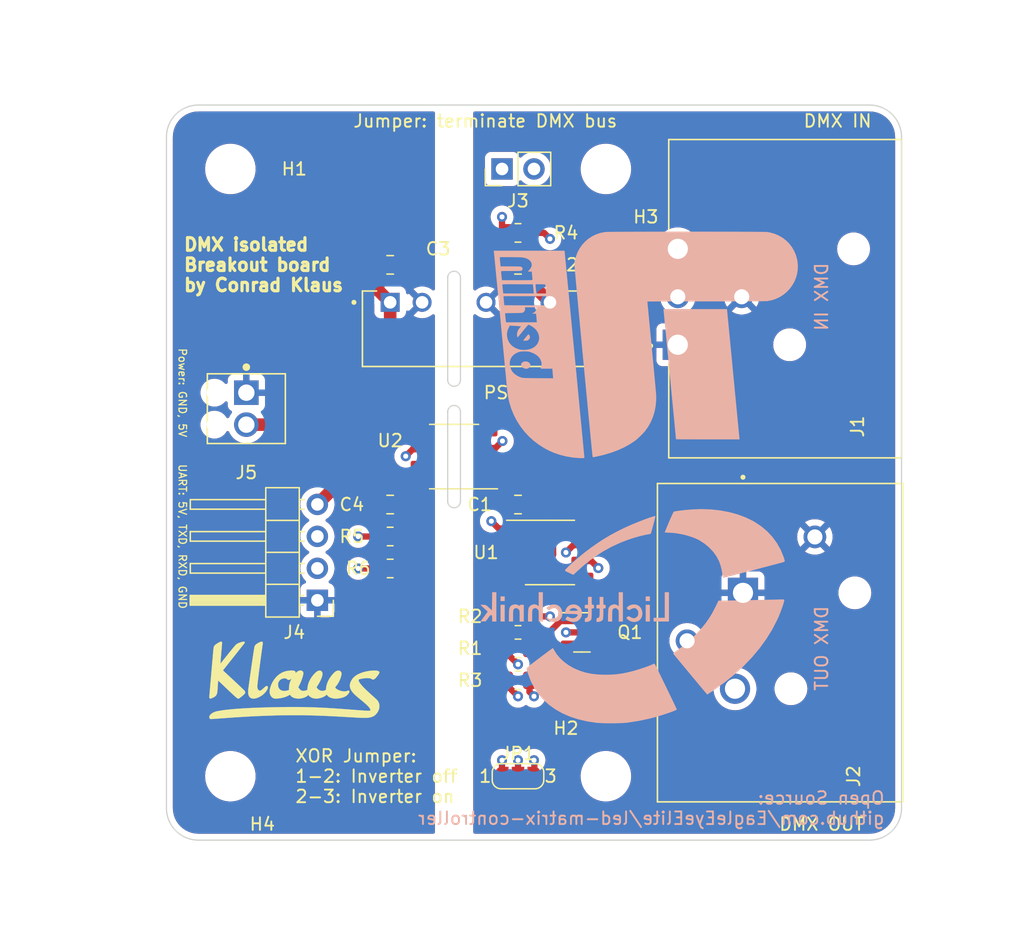
<source format=kicad_pcb>
(kicad_pcb (version 20211014) (generator pcbnew)
  (layers (0 "F.Cu" signal) (1 "In1.Cu" signal) (2 "In2.Cu" signal) (31 "B.Cu" signal) (34 "B.Paste" user) (35 "F.Paste" user) (36 "B.SilkS" user "B.Silkscreen") (37 "F.SilkS" user "F.Silkscreen") (38 "B.Mask" user) (39 "F.Mask" user) (44 "Edge.Cuts" user))
  (net 0 "")
  (net 1 "GND")
  (net 2 "+5V")
  (net 3 "/5V_iso")
  (net 4 "/GND_iso")
  (net 5 "/RXD")
  (net 6 "/TXD")
  (net 7 "Net-(J3-Pad1)")
  (net 8 "/receiverOutput_iso")
  (net 11 "/optokoppler_input_iso")
  (net 12 "Net-(Q1-Pad1)")
  (net 13 "Net-(U2-Pad3)")
  (net 14 "/inv_output_iso")
  (net 15 "/Iso_D-")
  (net 16 "/Iso_D+")
  (footprint "Capacitor_SMD:C_0805_2012Metric" (layer "F.Cu") (at 139.7 107.95 180)
    (fp_text reference "C1" (at 3.048 0) (layer "F.SilkS"))
    (fp_text value "0.1µF")
    (pad "1" smd roundrect (at -0.95 0 180) (size 1 1.45) (layers "F.Cu" "F.Paste" "F.Mask") (net 3 "/5V_iso"))
    (pad "2" smd roundrect (at 0.95 0 180) (size 1 1.45) (layers "F.Cu" "F.Paste" "F.Mask") (net 4 "/GND_iso"))
  )
  (footprint "Resistor_SMD:R_0805_2012Metric" (layer "F.Cu") (at 139.7 121.92 180)
    (fp_text reference "R3" (at 3.81 0) (layer "F.SilkS"))
    (fp_text value "500Ω")
    (pad "1" smd roundrect (at -0.9125 0 180) (size 1.025 1.4) (layers "F.Cu" "F.Paste" "F.Mask") (roundrect_rratio 0.243902439) (net 11 "/optokoppler_input_iso"))
    (pad "2" smd roundrect (at 0.9125 0 180) (size 1.025 1.4) (layers "F.Cu" "F.Paste" "F.Mask") (roundrect_rratio 0.243902439) (net 13 "Net-(U2-Pad3)"))
  )
  (footprint "MountingHole:MountingHole_3mm" (layer "F.Cu") (at 146.685 81.28)
    (fp_text reference "H3" (at 3.175 3.81) (layer "F.SilkS"))
    (fp_text value "3mm_Mounting_Hole")
    (pad "" np_thru_hole circle (at 0 0) (size 3 3) (drill 3) (layers *.Cu *.Mask))
  )
  (footprint "Resistor_SMD:R_0805_2012Metric" (layer "F.Cu") (at 129.54 110.49)
    (fp_text reference "R5" (at -3.048 0) (layer "F.SilkS"))
    (fp_text value "5kΩ")
    (pad "1" smd roundrect (at -0.9125 0) (size 1.025 1.4) (layers "F.Cu" "F.Paste" "F.Mask") (roundrect_rratio 0.243902439) (net 6 "/TXD"))
    (pad "2" smd roundrect (at 0.9125 0) (size 1.025 1.4) (layers "F.Cu" "F.Paste" "F.Mask") (roundrect_rratio 0.243902439) (net 2 "+5V"))
  )
  (footprint "local:PH_MPT_0,5__2-2,54_1725656" (layer "F.Cu") (at 118.11 100.33 -90)
    (fp_text reference "J5" (at 5.08 0) (layer "F.SilkS") (effects (font (size 1.000016 1.000016))))
    (fp_text value "MPT_0,5/_2-2,54_1725656")
    (pad "" np_thru_hole circle locked (at 1.27 2.54 270) (size 1.2 1.2) (drill 1.2) (layers *.Cu *.Mask))
    (pad "" np_thru_hole circle locked (at -1.27 2.54 270) (size 1.2 1.2) (drill 1.2) (layers *.Cu *.Mask))
    (pad "1" thru_hole rect locked (at -1.27 0 270) (size 1.95 1.95) (drill 1.3) (layers *.Cu *.Mask) (net 1 "GND"))
    (pad "2" thru_hole circle locked (at 1.27 0 270) (size 1.95 1.95) (drill 1.3) (layers *.Cu *.Mask) (net 2 "+5V"))
  )
  (footprint "Capacitor_SMD:C_0805_2012Metric" (layer "F.Cu") (at 129.54 88.9 180)
    (fp_text reference "C3" (at -3.81 1.27) (layer "F.SilkS"))
    (fp_text value "4.7µF/16V")
    (pad "1" smd roundrect (at -0.95 0 180) (size 1 1.45) (layers "F.Cu" "F.Paste" "F.Mask") (net 1 "GND"))
    (pad "2" smd roundrect (at 0.95 0 180) (size 1 1.45) (layers "F.Cu" "F.Paste" "F.Mask") (net 2 "+5V"))
  )
  (footprint "local:Klaus_Logo_Medium" (layer "F.Cu") (at 121.92 121.92)
    (fp_text reference "G***" hide)
    (fp_text value "LOGO" hide)
  )
  (footprint "MountingHole:MountingHole_3mm" (layer "F.Cu") (at 146.685 129.54)
    (fp_text reference "H2" (at -3.175 -3.81) (layer "F.SilkS"))
    (fp_text value "3mm_Mounting_Hole")
    (pad "" np_thru_hole circle (at 0 0) (size 3 3) (drill 3) (layers *.Cu *.Mask))
  )
  (footprint "Connector_PinHeader_2.54mm:PinHeader_1x02_P2.54mm_Vertical" (layer "F.Cu") (at 138.43 81.28 90)
    (fp_text reference "J3" (at -2.54 1.27) (layer "F.SilkS"))
    (fp_text value "Conn_01x02_Male")
    (pad "1" thru_hole rect (at 0 0 90) (size 1.7 1.7) (drill 1) (layers *.Cu *.Mask) (net 7 "Net-(J3-Pad1)"))
    (pad "2" thru_hole oval (at 0 2.54 90) (size 1.7 1.7) (drill 1) (layers *.Cu *.Mask) (net 15 "/Iso_D-"))
  )
  (footprint "Resistor_SMD:R_0805_2012Metric" (layer "F.Cu") (at 139.7 86.36)
    (fp_text reference "R4" (at 3.81 0) (layer "F.SilkS"))
    (fp_text value "120Ω")
    (pad "1" smd roundrect (at -0.9125 0) (size 1.025 1.4) (layers "F.Cu" "F.Paste" "F.Mask") (roundrect_rratio 0.243902439) (net 7 "Net-(J3-Pad1)"))
    (pad "2" smd roundrect (at 0.9125 0) (size 1.025 1.4) (layers "F.Cu" "F.Paste" "F.Mask") (roundrect_rratio 0.243902439) (net 16 "/Iso_D+"))
  )
  (footprint "Capacitor_SMD:C_0805_2012Metric" (layer "F.Cu") (at 129.54 107.95)
    (fp_text reference "C4" (at -3.048 0) (layer "F.SilkS"))
    (fp_text value "0.1µF")
    (pad "1" smd roundrect (at -0.95 0) (size 1 1.45) (layers "F.Cu" "F.Paste" "F.Mask") (net 1 "GND"))
    (pad "2" smd roundrect (at 0.95 0) (size 1 1.45) (layers "F.Cu" "F.Paste" "F.Mask") (net 2 "+5V"))
  )
  (footprint "Resistor_SMD:R_0805_2012Metric" (layer "F.Cu") (at 139.7 116.84 180)
    (fp_text reference "R2" (at 3.81 0) (layer "F.SilkS"))
    (fp_text value "5kΩ")
    (pad "1" smd roundrect (at -0.9125 0 180) (size 1.025 1.4) (layers "F.Cu" "F.Paste" "F.Mask") (roundrect_rratio 0.243902439) (net 14 "/inv_output_iso"))
    (pad "2" smd roundrect (at 0.9125 0 180) (size 1.025 1.4) (layers "F.Cu" "F.Paste" "F.Mask") (roundrect_rratio 0.243902439) (net 3 "/5V_iso"))
  )
  (footprint "MountingHole:MountingHole_3mm" (layer "F.Cu") (at 116.84 81.28)
    (fp_text reference "H1" (at 5.08 0) (layer "F.SilkS"))
    (fp_text value "3mm_Mounting_Hole")
    (pad "" np_thru_hole circle (at 0 0) (size 3 3) (drill 3) (layers *.Cu *.Mask))
  )
  (footprint "Connector_PinHeader_2.54mm:PinHeader_1x04_P2.54mm_Horizontal" (layer "F.Cu") (at 123.755 115.56 180)
    (fp_text reference "J4" (at 1.835 -2.55 180) (layer "F.SilkS"))
    (fp_text value "Conn_01x04_Male")
    (pad "1" thru_hole rect (at 0 0 180) (size 1.7 1.7) (drill 1) (layers *.Cu *.Mask) (net 1 "GND"))
    (pad "2" thru_hole oval (at 0 2.54 180) (size 1.7 1.7) (drill 1) (layers *.Cu *.Mask) (net 5 "/RXD"))
    (pad "3" thru_hole oval (at 0 5.08 180) (size 1.7 1.7) (drill 1) (layers *.Cu *.Mask) (net 6 "/TXD"))
    (pad "4" thru_hole oval (at 0 7.62 180) (size 1.7 1.7) (drill 1) (layers *.Cu *.Mask) (net 2 "+5V"))
  )
  (footprint "local:NEUTRIK_NC3FAH2" (layer "F.Cu") (at 170.28 118.77825 -90)
    (fp_text reference "J2" (at 10.76175 3.91 -90) (layer "F.SilkS"))
    (fp_text value "XLR3_Ground")
    (pad "" np_thru_hole circle locked (at 3.81 8.89 270) (size 1.6 1.6) (drill 1.6) (layers *.Cu *.Mask))
    (pad "" np_thru_hole circle locked (at -3.81 3.81 270) (size 1.6 1.6) (drill 1.6) (layers *.Cu *.Mask))
    (pad "1" thru_hole rect locked (at -3.81 12.7 270) (size 2.4 2.4) (drill 1.6) (layers *.Cu *.Mask) (net 4 "/GND_iso"))
    (pad "2" thru_hole circle locked (at 3.81 13.335 270) (size 2.4 2.4) (drill 1.6) (layers *.Cu *.Mask) (net 15 "/Iso_D-"))
    (pad "3" thru_hole circle locked (at 0 17.145 270) (size 1.8 1.8) (drill 1.2) (layers *.Cu *.Mask) (net 16 "/Iso_D+"))
    (pad "G" thru_hole circle locked (at -8.255 6.985 270) (size 1.8 1.8) (drill 1.2) (layers *.Cu *.Mask) (net 4 "/GND_iso"))
  )
  (footprint "Capacitor_SMD:C_0805_2012Metric" (layer "F.Cu") (at 139.7 88.9 180)
    (fp_text reference "C2" (at -3.81 0) (layer "F.SilkS"))
    (fp_text value "4.7µF/16V")
    (pad "1" smd roundrect (at -0.95 0 180) (size 1 1.45) (layers "F.Cu" "F.Paste" "F.Mask") (net 3 "/5V_iso"))
    (pad "2" smd roundrect (at 0.95 0 180) (size 1 1.45) (layers "F.Cu" "F.Paste" "F.Mask") (net 4 "/GND_iso"))
  )
  (footprint "Package_SO:SO-8_3.9x4.9mm_P1.27mm" (layer "F.Cu") (at 142.24 111.76)
    (fp_text reference "U1" (at -5.08 0) (layer "F.SilkS"))
    (fp_text value "MAX485E")
    (pad "1" smd roundrect (at -2.575 -1.905) (size 1.75 0.6) (layers "F.Cu" "F.Paste" "F.Mask") (net 8 "/receiverOutput_iso"))
    (pad "2" smd roundrect (at -2.575 -0.635) (size 1.75 0.6) (layers "F.Cu" "F.Paste" "F.Mask") (net 4 "/GND_iso"))
    (pad "3" smd roundrect (at -2.575 0.635) (size 1.75 0.6) (layers "F.Cu" "F.Paste" "F.Mask") (net 4 "/GND_iso"))
    (pad "4" smd roundrect (at -2.575 1.905) (size 1.75 0.6) (layers "F.Cu" "F.Paste" "F.Mask") (net 3 "/5V_iso"))
    (pad "5" smd roundrect (at 2.575 1.905) (size 1.75 0.6) (layers "F.Cu" "F.Paste" "F.Mask") (net 4 "/GND_iso"))
    (pad "6" smd roundrect (at 2.575 0.635) (size 1.75 0.6) (layers "F.Cu" "F.Paste" "F.Mask") (net 16 "/Iso_D+"))
    (pad "7" smd roundrect (at 2.575 -0.635) (size 1.75 0.6) (layers "F.Cu" "F.Paste" "F.Mask") (net 15 "/Iso_D-"))
    (pad "8" smd roundrect (at 2.575 -1.905) (size 1.75 0.6) (layers "F.Cu" "F.Paste" "F.Mask") (net 3 "/5V_iso"))
  )
  (footprint "local:CONV_B0505LS-1WR3" (layer "F.Cu") (at 137.16 93.98)
    (fp_text reference "PS1" (at 1.27 5.08) (layer "F.SilkS"))
    (fp_text value "B0505LS-1WR3")
    (pad "1" thru_hole rect locked (at -7.62 -2.1) (size 1.508 1.508) (drill 1) (layers *.Cu *.Mask) (net 2 "+5V"))
    (pad "2" thru_hole circle locked (at -5.08 -2.1) (size 1.508 1.508) (drill 1) (layers *.Cu *.Mask) (net 1 "GND"))
    (pad "4" thru_hole circle locked (at 0 -2.1) (size 1.508 1.508) (drill 1) (layers *.Cu *.Mask) (net 4 "/GND_iso"))
    (pad "6" thru_hole circle locked (at 5.08 -2.1) (size 1.508 1.508) (drill 1) (layers *.Cu *.Mask) (net 3 "/5V_iso"))
  )
  (footprint "Resistor_SMD:R_0805_2012Metric" (layer "F.Cu") (at 129.54 113.03)
    (fp_text reference "R6" (at -2.54 0) (layer "F.SilkS"))
    (fp_text value "5kΩ")
    (pad "1" smd roundrect (at -0.9125 0) (size 1.025 1.4) (layers "F.Cu" "F.Paste" "F.Mask") (roundrect_rratio 0.243902439) (net 5 "/RXD"))
    (pad "2" smd roundrect (at 0.9125 0) (size 1.025 1.4) (layers "F.Cu" "F.Paste" "F.Mask") (roundrect_rratio 0.243902439) (net 2 "+5V"))
  )
  (footprint "Jumper:SolderJumper-3_P1.3mm_Bridged12_RoundedPad1.0x1.5mm_NumberLabels" (layer "F.Cu") (at 139.7 129.54)
    (fp_text reference "JP1" (at 0 -1.8) (layer "F.SilkS"))
    (fp_text value "SolderJumper_3_Bridged12")
    (fp_text user "3" (at 2.6 0) (layer "F.SilkS"))
    (fp_text user "1" (at -2.6 0) (layer "F.SilkS"))
    (fp_poly (pts (xy -0.9 -0.3) (xy -0.4 -0.3) (xy -0.4 0.3) (xy -0.9 0.3)) (layer "F.Cu") (width 0) (fill solid))
    (pad "1" smd custom (at -1.3 0) (size 1 0.5) (layers "F.Cu" "F.Mask") (net 8 "/receiverOutput_iso") (options (clearance outline) (anchor rect)) (primitives (gr_poly (pts (xy 0.55 0.75) (xy 0 0.75) (xy 0 -0.75) (xy 0.55 -0.75)) (width 0) (fill yes)) (gr_circle (center 0 0.25) (end 0.5 0.25) (width 0) (fill yes)) (gr_circle (center 0 -0.25) (end 0.5 -0.25) (width 0) (fill yes))))
    (pad "2" smd rect (at 0 0) (size 1 1.5) (layers "F.Cu" "F.Mask") (net 11 "/optokoppler_input_iso"))
    (pad "3" smd custom (at 1.3 0) (size 1 0.5) (layers "F.Cu" "F.Mask") (net 14 "/inv_output_iso") (options (clearance outline) (anchor rect)) (primitives (gr_circle (center 0 0.25) (end 0.5 0.25) (width 0) (fill yes)) (gr_circle (center 0 -0.25) (end 0.5 -0.25) (width 0) (fill yes)) (gr_poly (pts (xy 0 0.75) (xy -0.55 0.75) (xy -0.55 -0.75) (xy 0 -0.75)) (width 0) (fill yes))))
  )
  (footprint "MountingHole:MountingHole_3mm" (layer "F.Cu") (at 116.84 129.54)
    (fp_text reference "H4" (at 2.54 3.81) (layer "F.SilkS"))
    (fp_text value "3mm_Mounting_Hole")
    (pad "" np_thru_hole circle (at 0 0) (size 3 3) (drill 3) (layers *.Cu *.Mask))
  )
  (footprint "Package_SO:SO-8_3.9x4.9mm_P1.27mm" (layer "F.Cu") (at 134.62 104.14 180)
    (fp_text reference "U2" (at 5.08 1.27) (layer "F.SilkS"))
    (fp_text value "HCPL-0600")
    (pad "1" smd roundrect (at -2.575 -1.905 180) (size 1.75 0.6) (layers "F.Cu" "F.Paste" "F.Mask"))
    (pad "2" smd roundrect (at -2.575 -0.635 180) (size 1.75 0.6) (layers "F.Cu" "F.Paste" "F.Mask") (net 3 "/5V_iso"))
    (pad "3" smd roundrect (at -2.575 0.635 180) (size 1.75 0.6) (layers "F.Cu" "F.Paste" "F.Mask") (net 13 "Net-(U2-Pad3)"))
    (pad "4" smd roundrect (at -2.575 1.905 180) (size 1.75 0.6) (layers "F.Cu" "F.Paste" "F.Mask"))
    (pad "5" smd roundrect (at 2.575 1.905 180) (size 1.75 0.6) (layers "F.Cu" "F.Paste" "F.Mask") (net 1 "GND"))
    (pad "6" smd roundrect (at 2.575 0.635 180) (size 1.75 0.6) (layers "F.Cu" "F.Paste" "F.Mask") (net 6 "/TXD"))
    (pad "7" smd roundrect (at 2.575 -0.635 180) (size 1.75 0.6) (layers "F.Cu" "F.Paste" "F.Mask"))
    (pad "8" smd roundrect (at 2.575 -1.905 180) (size 1.75 0.6) (layers "F.Cu" "F.Paste" "F.Mask") (net 2 "+5V"))
  )
  (footprint "Resistor_SMD:R_0805_2012Metric" (layer "F.Cu") (at 139.7 119.38 180)
    (fp_text reference "R1" (at 3.81 0) (layer "F.SilkS"))
    (fp_text value "5kΩ")
    (pad "1" smd roundrect (at -0.9125 0 180) (size 1.025 1.4) (layers "F.Cu" "F.Paste" "F.Mask") (roundrect_rratio 0.243902439) (net 12 "Net-(Q1-Pad1)"))
    (pad "2" smd roundrect (at 0.9125 0 180) (size 1.025 1.4) (layers "F.Cu" "F.Paste" "F.Mask") (roundrect_rratio 0.243902439) (net 8 "/receiverOutput_iso"))
  )
  (footprint "Package_TO_SOT_SMD:SOT-23" (layer "F.Cu") (at 144.78 118.11)
    (fp_text reference "Q1" (at 3.81 0) (layer "F.SilkS"))
    (fp_text value "BC847")
    (pad "1" smd roundrect (at -0.9375 -0.95) (size 1.475 0.6) (layers "F.Cu" "F.Paste" "F.Mask") (net 12 "Net-(Q1-Pad1)"))
    (pad "2" smd roundrect (at -0.9375 0.95) (size 1.475 0.6) (layers "F.Cu" "F.Paste" "F.Mask") (net 4 "/GND_iso"))
    (pad "3" smd roundrect (at 0.9375 0) (size 1.475 0.6) (layers "F.Cu" "F.Paste" "F.Mask") (net 14 "/inv_output_iso"))
  )
  (footprint "local:NEUTRIK_NC3MAH" (layer "F.Cu") (at 170.18 91.44 90)
    (fp_text reference "J1" (at -10.31 -3.502 90) (layer "F.SilkS"))
    (fp_text value "XLR3_Ground")
    (pad "" np_thru_hole circle locked (at 3.81 -3.81 90) (size 1.6 1.6) (drill 1.6) (layers *.Cu *.Mask))
    (pad "" np_thru_hole circle locked (at -3.81 -8.89 90) (size 1.6 1.6) (drill 1.6) (layers *.Cu *.Mask))
    (pad "1" thru_hole rect locked (at -3.81 -17.78 90) (size 2.4 2.4) (drill 1.6) (layers *.Cu *.Mask) (net 4 "/GND_iso"))
    (pad "2" thru_hole circle locked (at 3.81 -17.78 90) (size 2.4 2.4) (drill 1.6) (layers *.Cu *.Mask) (net 15 "/Iso_D-"))
    (pad "3" thru_hole circle locked (at 0 -17.78 90) (size 1.8 1.8) (drill 1.2) (layers *.Cu *.Mask) (net 16 "/Iso_D+"))
    (pad "G" thru_hole circle locked (at 0 -12.7 90) (size 1.8 1.8) (drill 1.2) (layers *.Cu *.Mask) (net 4 "/GND_iso"))
  )
  (footprint "local:LogoTuBerlin" (layer "B.Cu") (at 149.86 95.25 180)
    (fp_text reference "G***" hide)
    (fp_text value "LOGO" hide)
  )
  (footprint "local:LogoLichttechnik" (layer "B.Cu") (at 148.59 116.84 180)
    (fp_text reference "G***" hide)
    (fp_text value "LOGO" hide)
  )
  (gr_arc (start 170.18 132.08) (mid 169.436051 133.876051) (end 167.64 134.62) (layer "Edge.Cuts") (width 0.1))
  (gr_line (start 170.18 78.74) (end 170.18 132.08) (layer "Edge.Cuts") (width 0.1))
  (gr_arc (start 111.76 78.74) (mid 112.503949 76.943949) (end 114.3 76.2) (layer "Edge.Cuts") (width 0.1))
  (gr_line (start 111.76 132.08) (end 111.76 78.74) (layer "Edge.Cuts") (width 0.1))
  (gr_line (start 134.112 100.584) (end 134.112 107.696) (layer "Edge.Cuts") (width 0.1))
  (gr_line (start 134.112 89.916) (end 134.112 98.044) (layer "Edge.Cuts") (width 0.1))
  (gr_arc (start 135.128 107.696) (mid 134.62 108.204) (end 134.112 107.696) (layer "Edge.Cuts") (width 0.1))
  (gr_arc (start 134.112 89.916) (mid 134.62 89.408) (end 135.128 89.916) (layer "Edge.Cuts") (width 0.1))
  (gr_line (start 114.3 76.2) (end 167.64 76.2) (layer "Edge.Cuts") (width 0.1))
  (gr_line (start 135.128 89.916) (end 135.128 98.044) (layer "Edge.Cuts") (width 0.1))
  (gr_arc (start 114.3 134.62) (mid 112.503949 133.876051) (end 111.76 132.08) (layer "Edge.Cuts") (width 0.1))
  (gr_line (start 167.64 134.62) (end 114.3 134.62) (layer "Edge.Cuts") (width 0.1))
  (gr_arc (start 134.112 100.584) (mid 134.62 100.076) (end 135.128 100.584) (layer "Edge.Cuts") (width 0.1))
  (gr_line (start 135.128 107.696) (end 135.128 100.584) (layer "Edge.Cuts") (width 0.1))
  (gr_arc (start 135.128 98.044) (mid 134.62 98.552) (end 134.112 98.044) (layer "Edge.Cuts") (width 0.1))
  (gr_arc (start 167.64 76.2) (mid 169.436051 76.943949) (end 170.18 78.74) (layer "Edge.Cuts") (width 0.1))
  (gr_text "DMX OUT" (at 163.83 119.38 90) (layer "B.SilkS") (effects (font (size 1 1)) (justify mirror)))
  (gr_text "DMX IN" (at 163.83 91.44 90) (layer "B.SilkS") (effects (font (size 1 1)) (justify mirror)))
  (gr_text "Open Source:\ngithub.com/EagleEyeElite/led-matrix-controller" (at 168.91 132.08) (layer "B.SilkS") (effects (font (size 1 1)) (justify left mirror)))
  (gr_text "Jumper: terminate DMX bus" (at 137.1 77.47) (layer "F.SilkS") (effects (font (size 1 1))))
  (gr_text "XOR Jumper:\n1-2: Inverter off\n2-3: Inverter on" (at 121.92 129.54) (layer "F.SilkS") (effects (font (size 1 1)) (justify left)))
  (gr_text "DMX OUT" (at 163.83 133.35) (layer "F.SilkS") (effects (font (size 1 1))))
  (gr_text "DMX isolated\nBreakout board\nby Conrad Klaus" (at 113.03 88.9) (layer "F.SilkS") (effects (font (size 1 1) (thickness 0.25)) (justify left)))
  (gr_text "Power: GND, 5V" (at 113.03 99.06 270) (layer "F.SilkS") (effects (font (size 0.6 0.6) (thickness 0.1))))
  (gr_text "UART: 5V, TXD, RXD, GND" (at 113.03 110.49 270) (layer "F.SilkS") (effects (font (size 0.6 0.6) (thickness 0.1))))
  (gr_text "DMX IN" (at 165.1 77.47) (layer "F.SilkS") (effects (font (size 1 1))))
  (segment (start 126.68 103.19) (end 127.2775 103.7875) (width 1) (layer "F.Cu") (net 2))
  (segment (start 126.6425 105.0525) (end 126.685 105.095) (width 1) (layer "F.Cu") (net 2))
  (segment (start 126.685 105.095) (end 128.585 105.095) (width 1) (layer "F.Cu") (net 2))
  (segment (start 126.045 102.555) (end 126.68 103.19) (width 1) (layer "F.Cu") (net 2))
  (segment (start 131.445 106.045) (end 130.49 107) (width 1) (layer "F.Cu") (net 2))
  (segment (start 125.09 101.6) (end 125.41 101.28) (width 1) (layer "F.Cu") (net 2))
  (segment (start 128.59 90.93) (end 129.54 91.88) (width 1) (layer "F.Cu") (net 2))
  (segment (start 132.045 106.045) (end 131.445 106.045) (width 1) (layer "F.Cu") (net 2))
  (segment (start 129.54 97.15) (end 129.54 91.88) (width 1) (layer "F.Cu") (net 2))
  (segment (start 125.09 101.6) (end 126.045 102.555) (width 1) (layer "F.Cu") (net 2))
  (segment (start 130.49 107) (end 130.49 107.95) (width 1) (layer "F.Cu") (net 2))
  (segment (start 126.6425 103.2275) (end 126.68 103.19) (width 1) (layer "F.Cu") (net 2))
  (segment (start 131.125 106.365) (end 131.445 106.045) (width 1) (layer "F.Cu") (net 2))
  (segment (start 126.6425 105.0525) (end 126.6425 103.2275) (width 1) (layer "F.Cu") (net 2))
  (segment (start 127.315 104.38) (end 127.315 103.825) (width 1) (layer "F.Cu") (net 2))
  (segment (start 125.41 101.28) (end 126.045 100.645) (width 1) (layer "F.Cu") (net 2))
  (segment (start 127.2775 103.7875) (end 127.2775 104.4175) (width 1) (layer "F.Cu") (net 2))
  (segment (start 126.045 100.645) (end 129.54 97.15) (width 1) (layer "F.Cu") (net 2))
  (segment (start 126.045 100.645) (end 126.045 102.555) (width 1) (layer "F.Cu") (net 2))
  (segment (start 126.045 102.555) (end 125.41 101.92) (width 1) (layer "F.Cu") (net 2))
  (segment (start 126.6425 105.0525) (end 127.2775 104.4175) (width 1) (layer "F.Cu") (net 2))
  (segment (start 125.41 101.92) (end 125.41 101.28) (width 1) (layer "F.Cu") (net 2))
  (segment (start 130.4525 107.9875) (end 130.49 107.95) (width 1) (layer "F.Cu") (net 2))
  (segment (start 127.2775 104.4175) (end 127.315 104.38) (width 1) (layer "F.Cu") (net 2))
  (segment (start 129.855 106.365) (end 130.49 107) (width 1) (layer "F.Cu") (net 2))
  (segment (start 130.4525 113.03) (end 130.4525 107.9875) (width 1) (layer "F.Cu") (net 2))
  (segment (start 128.59 88.9) (end 128.59 90.93) (width 1) (layer "F.Cu") (net 2))
  (segment (start 127.315 103.825) (end 128.585 105.095) (width 1) (layer "F.Cu") (net 2))
  (segment (start 123.755 107.94) (end 126.6425 105.0525) (width 1) (layer "F.Cu") (net 2))
  (segment (start 125.09 101.6) (end 118.11 101.6) (width 1) (layer "F.Cu") (net 2))
  (segment (start 128.585 105.095) (end 129.855 106.365) (width 1) (layer "F.Cu") (net 2))
  (segment (start 126.68 103.19) (end 127.315 103.825) (width 1) (layer "F.Cu") (net 2))
  (segment (start 129.855 106.365) (end 131.125 106.365) (width 1) (layer "F.Cu") (net 2))
  (segment (start 142.875 109.855) (end 142.24 110.49) (width 1) (layer "F.Cu") (net 3))
  (segment (start 142.24 109.22) (end 142.875 109.855) (width 1) (layer "F.Cu") (net 3))
  (segment (start 142.24 105.41) (end 142.24 104.14) (width 1) (layer "F.Cu") (net 3))
  (segment (start 140.97 107.95) (end 142.24 109.22) (width 1) (layer "F.Cu") (net 3))
  (segment (start 144.815 109.855) (end 142.875 109.855) (width 1) (layer "F.Cu") (net 3))
  (segment (start 142.24 110.49) (end 142.24 111.896402) (width 1) (layer "F.Cu") (net 3))
  (segment (start 142.24 109.54) (end 142.24 109.22) (width 1) (layer "F.Cu") (net 3))
  (segment (start 138.7875 114.5425) (end 139.665 113.665) (width 1) (layer "F.Cu") (net 3))
  (segment (start 138.7875 116.84) (end 138.7875 114.5425) (width 1) (layer "F.Cu") (net 3))
  (segment (start 141.605 104.775) (end 142.24 105.41) (width 1) (layer "F.Cu") (net 3))
  (segment (start 140.65 107.95) (end 142.24 107.95) (width 1) (layer "F.Cu") (net 3))
  (segment (start 140.97 107.95) (end 142.24 106.68) (width 1) (layer "F.Cu") (net 3))
  (segment (start 141.605 104.775) (end 142.24 104.14) (width 1) (layer "F.Cu") (net 3))
  (segment (start 140.65 88.9) (end 140.65 90.29) (width 1) (layer "F.Cu") (net 3))
  (segment (start 142.24 109.22) (end 142.24 107.95) (width 1) (layer "F.Cu") (net 3))
  (segment (start 140.65 90.29) (end 142.24 91.88) (width 1) (layer "F.Cu") (net 3))
  (segment (start 140.471402 113.665) (end 139.665 113.665) (width 1) (layer "F.Cu") (net 3))
  (segment (start 142.24 109.54) (end 142.24 110.49) (width 1) (layer "F.Cu") (net 3))
  (segment (start 142.24 104.14) (end 142.24 91.88) (width 1) (layer "F.Cu") (net 3))
  (segment (start 142.24 104.14) (end 142.24 106.68) (width 1) (layer "F.Cu") (net 3))
  (segment (start 142.24 111.896402) (end 140.471402 113.665) (width 1) (layer "F.Cu") (net 3))
  (segment (start 137.195 104.775) (end 141.605 104.775) (width 1) (layer "F.Cu") (net 3))
  (segment (start 140.65 107.95) (end 140.97 107.95) (width 1) (layer "F.Cu") (net 3))
  (segment (start 142.24 107.95) (end 142.24 106.68) (width 1) (layer "F.Cu") (net 3))
  (segment (start 127 113.03) (end 128.6275 113.03) (width 0.5) (layer "F.Cu") (net 5))
  (via (at 127 113.03) (size 0.8) (drill 0.4) (layers "F.Cu" "B.Cu") (net 5))
  (segment (start 127 110.49) (end 128.6275 110.49) (width 0.5) (layer "F.Cu") (net 6))
  (segment (start 131.380381 103.505) (end 130.776879 104.108502) (width 0.5) (layer "F.Cu") (net 6))
  (segment (start 132.045 103.505) (end 131.380381 103.505) (width 0.5) (layer "F.Cu") (net 6))
  (via (at 130.776879 104.108502) (size 0.8) (drill 0.4) (layers "F.Cu" "B.Cu") (net 6))
  (via (at 127 110.49) (size 0.8) (drill 0.4) (layers "F.Cu" "B.Cu") (net 6))
  (segment (start 138.43 86.0025) (end 138.7875 86.36) (width 0.5) (layer "F.Cu") (net 7))
  (segment (start 138.43 85.09) (end 138.43 86.0025) (width 0.5) (layer "F.Cu") (net 7))
  (via (at 138.43 85.09) (size 0.8) (drill 0.4) (layers "F.Cu" "B.Cu") (net 7))
  (segment (start 138.7875 119.38) (end 138.7875 119.7375) (width 0.5) (layer "F.Cu") (net 8))
  (segment (start 139.665 109.855) (end 138.164273 109.855) (width 0.5) (layer "F.Cu") (net 8))
  (segment (start 138.43 129.51) (end 138.4 129.54) (width 0.5) (layer "F.Cu") (net 8))
  (segment (start 138.43 128.27) (end 138.43 129.51) (width 0.5) (layer "F.Cu") (net 8))
  (segment (start 138.7875 119.7375) (end 139.7 120.65) (width 0.5) (layer "F.Cu") (net 8))
  (segment (start 138.164273 109.855) (end 137.5805 109.271227) (width 0.5) (layer "F.Cu") (net 8))
  (via (at 138.43 128.27) (size 0.8) (drill 0.4) (layers "F.Cu" "B.Cu") (net 8))
  (via (at 137.5805 109.271227) (size 0.8) (drill 0.4) (layers "F.Cu" "B.Cu") (net 8))
  (via (at 139.7 120.65) (size 0.8) (drill 0.4) (layers "F.Cu" "B.Cu") (net 8))
  (segment (start 140.6125 121.92) (end 140.6125 122.8325) (width 0.5) (layer "F.Cu") (net 11))
  (segment (start 139.7 129.54) (end 139.7 128.27) (width 0.5) (layer "F.Cu") (net 11))
  (segment (start 140.6125 122.8325) (end 140.97 123.19) (width 0.5) (layer "F.Cu") (net 11))
  (via (at 139.7 128.27) (size 0.8) (drill 0.4) (layers "F.Cu" "B.Cu") (net 11))
  (via (at 140.97 123.19) (size 0.8) (drill 0.4) (layers "F.Cu" "B.Cu") (net 11))
  (segment (start 140.901377 119.38) (end 140.6125 119.38) (width 0.5) (layer "F.Cu") (net 12))
  (segment (start 143.8425 117.16) (end 143.121377 117.16) (width 0.5) (layer "F.Cu") (net 12))
  (segment (start 143.121377 117.16) (end 140.901377 119.38) (width 0.5) (layer "F.Cu") (net 12))
  (segment (start 138.7875 121.92) (end 138.7875 122.2775) (width 0.5) (layer "F.Cu") (net 13))
  (segment (start 137.859619 103.505) (end 137.195 103.505) (width 0.5) (layer "F.Cu") (net 13))
  (segment (start 138.7875 122.2775) (end 139.7 123.19) (width 0.5) (layer "F.Cu") (net 13))
  (segment (start 138.463121 102.901498) (end 137.859619 103.505) (width 0.5) (layer "F.Cu") (net 13))
  (via (at 138.463121 102.901498) (size 0.8) (drill 0.4) (layers "F.Cu" "B.Cu") (net 13))
  (via (at 139.7 123.19) (size 0.8) (drill 0.4) (layers "F.Cu" "B.Cu") (net 13))
  (segment (start 141 128.3) (end 140.97 128.27) (width 0.5) (layer "F.Cu") (net 14))
  (segment (start 142.24 116.84) (end 140.6125 116.84) (width 0.5) (layer "F.Cu") (net 14))
  (segment (start 143.51 118.11) (end 145.7175 118.11) (width 0.5) (layer "F.Cu") (net 14))
  (segment (start 141 129.54) (end 141 128.3) (width 0.5) (layer "F.Cu") (net 14))
  (via (at 140.97 128.27) (size 0.8) (drill 0.4) (layers "F.Cu" "B.Cu") (net 14))
  (via (at 142.24 116.84) (size 0.8) (drill 0.4) (layers "F.Cu" "B.Cu") (net 14))
  (via (at 143.51 118.11) (size 0.8) (drill 0.4) (layers "F.Cu" "B.Cu") (net 14))
  (segment (start 144.815 111.125) (end 144.145 111.125) (width 0.5) (layer "F.Cu") (net 15))
  (segment (start 144.145 111.125) (end 143.51 111.76) (width 0.5) (layer "F.Cu") (net 15))
  (via (at 143.51 111.76) (size 0.8) (drill 0.4) (layers "F.Cu" "B.Cu") (net 15))
  (segment (start 140.6125 86.36) (end 141.7655 86.36) (width 0.5) (layer "F.Cu") (net 16))
  (segment (start 146.083121 112.998502) (end 145.479619 112.395) (width 0.5) (layer "F.Cu") (net 16))
  (segment (start 141.7655 86.36) (end 142.24 86.8345) (width 0.5) (layer "F.Cu") (net 16))
  (segment (start 145.479619 112.395) (end 144.815 112.395) (width 0.5) (layer "F.Cu") (net 16))
  (via (at 142.24 86.8345) (size 0.8) (drill 0.4) (layers "F.Cu" "B.Cu") (net 16))
  (via (at 146.083121 112.998502) (size 0.8) (drill 0.4) (layers "F.Cu" "B.Cu") (net 16))
  (zone (net 0) (net_name "") (layers "F.Cu" "In1.Cu" "In2.Cu" "B.Cu") (connect_pads (clearance 0)) (min_thickness 0.254)
    (keepout (tracks not_allowed) (vias not_allowed) (pads not_allowed) (copperpour not_allowed) (footprints allowed))
    (fill (thermal_gap 0.508) (thermal_bridge_width 0.508))
    (polygon (pts (xy 136.144 134.62) (xy 133.096 134.62) (xy 133.096 76.2) (xy 136.144 76.2)))
  )
  (zone (net 1) (net_name "GND") (layers "F.Cu" "In1.Cu" "In2.Cu" "B.Cu") (connect_pads (clearance 0.508)) (min_thickness 0.254) (fill yes (thermal_gap 0.508) (thermal_bridge_width 0.508))
    (polygon (pts (xy 133.096 134.62) (xy 111.76 134.62) (xy 111.76 76.2) (xy 133.096 76.2)))
  )
  (zone (net 4) (net_name "/GND_iso") (layers "F.Cu" "In1.Cu" "In2.Cu" "B.Cu") (connect_pads (clearance 0.508)) (min_thickness 0.254) (fill yes (thermal_gap 0.508) (thermal_bridge_width 0.508))
    (polygon (pts (xy 170.18 134.62) (xy 136.144 134.62) (xy 136.144 76.2) (xy 170.18 76.2)))
  )
)
</source>
